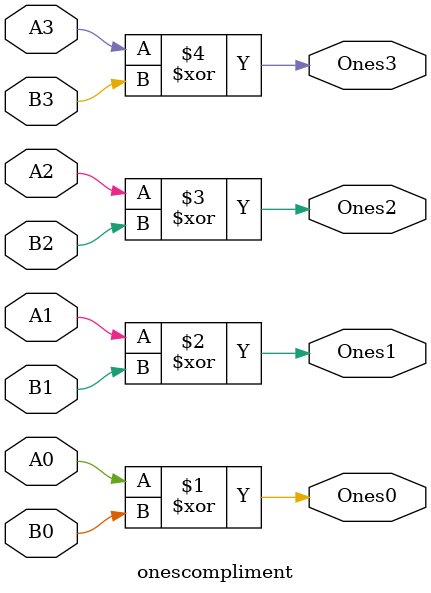
<source format=v>
module onescompliment(
    input A0, A1, A2, A3, B0, B1, B2, B3, 
   
    output Ones0, Ones1, Ones2, Ones3
);

assign Ones0 = A0 ^ B0;
assign Ones1 = A1 ^ B1; 
assign Ones2 = A2 ^ B2;
assign Ones3 = A3 ^ B3; 







endmodule
</source>
